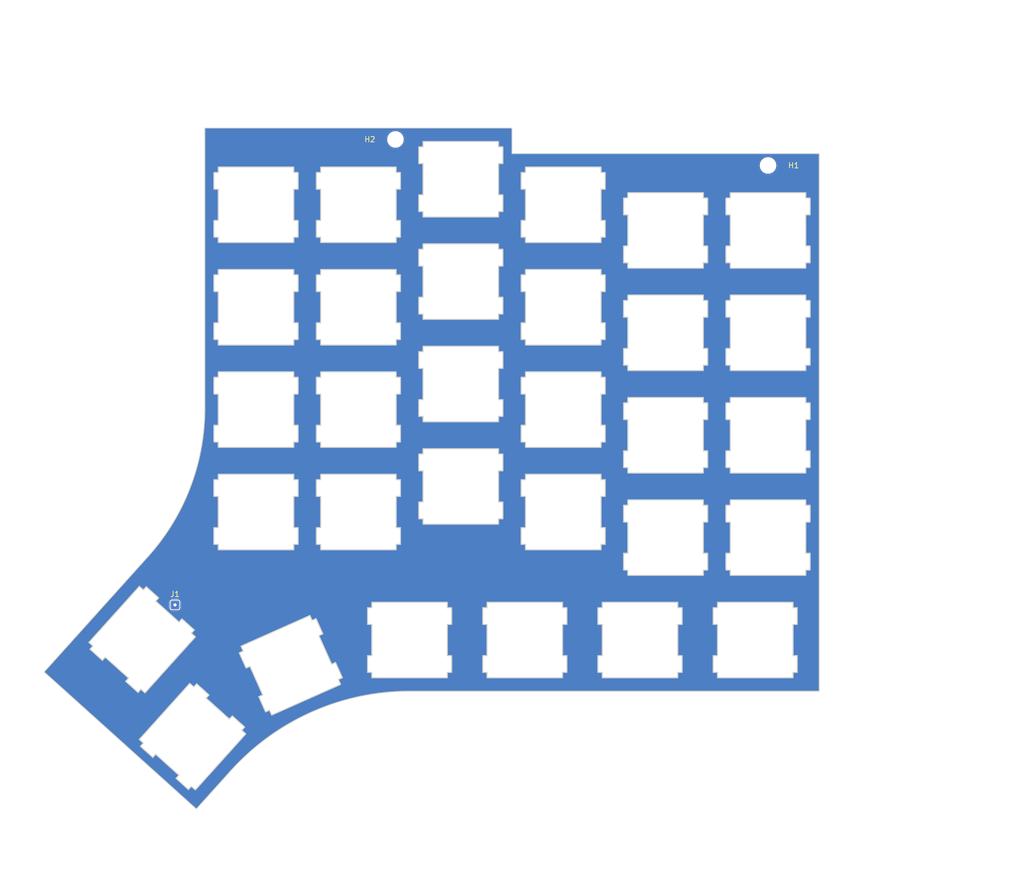
<source format=kicad_pcb>
(kicad_pcb (version 20210623) (generator pcbnew)
  (layers (0 "F.Cu" signal) (31 "B.Cu" signal) (34 "B.Paste" user) (35 "F.Paste" user) (36 "B.SilkS" user "B.Silkscreen") (37 "F.SilkS" user "F.Silkscreen") (38 "B.Mask" user) (39 "F.Mask" user) (44 "Edge.Cuts" user))
  (net 0 "")
  (footprint "blackwing:CUTOUT_CHERRY_MX_1.00u" (layer "F.Cu") (at 127.84507 73.752435 180))
  (footprint "blackwing:CUTOUT_CHERRY_MX_1.75u" (layer "F.Cu") (at 16.33484 92.882236 -132))
  (footprint "blackwing:CUTOUT_CHERRY_MX_1.00u" (layer "F.Cu") (at 104.09507 92.752435 180))
  (footprint "blackwing:CUTOUT_CHERRY_MX_1.00u" (layer "F.Cu") (at 108.84507 73.752435 180))
  (footprint "blackwing:CUTOUT_CHERRY_MX_1.00u" (layer "F.Cu") (at 25.686654 110.890207 -132))
  (footprint "blackwing:CUTOUT_CHERRY_MX_1.00u" (layer "F.Cu") (at 41.587889 98.031358 -156))
  (footprint "blackwing:CUTOUT_CHERRY_MX_1.00u" (layer "F.Cu") (at 61.345071 92.752435 180))
  (footprint "blackwing:CUTOUT_CHERRY_MX_1.25u" (layer "F.Cu") (at 82.72007 92.752435 180))
  (footprint "blackwing:CUTOUT_CHERRY_MX_1.25u" (layer "F.Cu") (at 125.470071 92.752435 180))
  (footprint "blackwing:CUTOUT_CHERRY_MX_1.00u" (layer "F.Cu") (at 51.845071 50.002436 180))
  (footprint "blackwing:CUTOUT_CHERRY_MX_1.00u" (layer "F.Cu") (at 32.845071 50.002436 180))
  (footprint "blackwing:CUTOUT_CHERRY_MX_1.00u" (layer "F.Cu") (at 127.845072 35.752435 180))
  (footprint "blackwing:CUTOUT_CHERRY_MX_1.00u" (layer "F.Cu") (at 108.84507 35.752435 180))
  (footprint "blackwing:CUTOUT_CHERRY_MX_1.00u" (layer "F.Cu") (at 89.845072 31.002436 180))
  (footprint "blackwing:CUTOUT_CHERRY_MX_1.00u" (layer "F.Cu") (at 70.845071 26.252437 180))
  (footprint "blackwing:CUTOUT_CHERRY_MX_1.00u" (layer "F.Cu") (at 51.84507 31.002435 180))
  (footprint "blackwing:CUTOUT_CHERRY_MX_1.00u" (layer "F.Cu") (at 32.84507 31.002435 180))
  (footprint "blackwing:CUTOUT_CHERRY_MX_1.00u" (layer "F.Cu") (at 127.845071 16.752435 180))
  (footprint "blackwing:CUTOUT_CHERRY_MX_1.00u" (layer "F.Cu") (at 108.84507 16.752436 180))
  (footprint "blackwing:CUTOUT_CHERRY_MX_1.00u" (layer "F.Cu") (at 89.845071 12.002437 180))
  (footprint "blackwing:CUTOUT_CHERRY_MX_1.00u" (layer "F.Cu") (at 70.84507 7.252435 180))
  (footprint "blackwing:CUTOUT_CHERRY_MX_1.00u" (layer "F.Cu") (at 51.845071 12.002435 180))
  (footprint "blackwing:CUTOUT_CHERRY_MX_1.00u" (layer "F.Cu") (at 32.845071 12.002436 180))
  (footprint "blackwing:CUTOUT_CHERRY_MX_1.00u" (layer "F.Cu") (at 89.845072 50.002435 180))
  (footprint "blackwing:CUTOUT_CHERRY_MX_1.00u" (layer "F.Cu") (at 108.845071 54.752436 180))
  (footprint "blackwing:CUTOUT_CHERRY_MX_1.00u" (layer "F.Cu") (at 127.84507 54.752436 180))
  (footprint "blackwing:CUTOUT_CHERRY_MX_1.00u" (layer "F.Cu") (at 32.845071 69.002435 180))
  (footprint "blackwing:CUTOUT_CHERRY_MX_1.00u" (layer "F.Cu") (at 51.845071 69.002436 180))
  (footprint "blackwing:CUTOUT_CHERRY_MX_1.00u" (layer "F.Cu") (at 70.84507 64.252435 180))
  (footprint "blackwing:CUTOUT_CHERRY_MX_1.00u" (layer "F.Cu") (at 89.84507 69.002435 180))
  (footprint "blackwing:CUTOUT_CHERRY_MX_1.00u" (layer "F.Cu") (at 70.845071 45.252437 180))
  (footprint "Connector_Wire:SolderWire-0.1sqmm_1x01_D0.4mm_OD1mm" (layer "F.Cu") (at 20.349256 81.157466))
  (footprint "MountingHole:MountingHole_2.7mm_M2.5_DIN965" (layer "F.Cu") (at 130.385071 -0.380564))
  (footprint "MountingHole:MountingHole_2.7mm_M2.5_DIN965" (layer "F.Cu") (at 61.256071 -5.206564))
  (gr_line (start 82.885071 -2.577565) (end 82.885072 -7.327563) (layer "Edge.Cuts") (width 0.15))
  (gr_line (start -3.925278 93.59322) (end 24.314224 119.020183) (layer "Edge.Cuts") (width 0.15))
  (gr_line (start 139.885071 97.172435) (end 63.88507 97.172437) (layer "Edge.Cuts") (width 0.15))
  (gr_line (start 24.314224 119.020183) (end 30.670965 111.960307) (layer "Edge.Cuts") (width 0.15))
  (gr_arc (start -15.17622 44.723523) (end 25.88507 45.012435) (angle 42) (layer "Edge.Cuts") (width 0.15))
  (gr_line (start 82.885071 -2.577565) (end 139.885071 -2.577565) (layer "Edge.Cuts") (width 0.15))
  (gr_line (start 25.88507 -7.327564) (end 25.88507 45.012435) (layer "Edge.Cuts") (width 0.15))
  (gr_line (start -3.925278 93.59322) (end 15.144945 72.413593) (layer "Edge.Cuts") (width 0.15))
  (gr_line (start 139.885071 -2.577565) (end 139.885071 97.172435) (layer "Edge.Cuts") (width 0.15))
  (gr_line (start 25.88507 -7.327564) (end 82.885072 -7.327563) (layer "Edge.Cuts") (width 0.15))
  (gr_arc (start 63.88507 141.866421) (end 63.88507 97.172437) (angle -48) (layer "Edge.Cuts") (width 0.15))
  (zone (net 0) (net_name "") (layers F&B.Cu) (connect_pads (clearance 0)) (min_thickness 0.254) (fill yes (thermal_gap 0.508) (thermal_bridge_width 0.508))
    (polygon (pts (xy 177.885071 135.172436) (xy -12.11493 135.172435) (xy -12.11493 -31.077565) (xy 177.88507 -31.077564)))
  )
)
</source>
